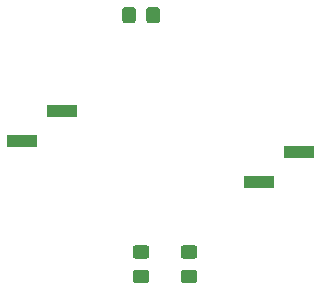
<source format=gbr>
%TF.GenerationSoftware,KiCad,Pcbnew,(5.1.6)-1*%
%TF.CreationDate,2020-11-07T21:03:06+00:00*%
%TF.ProjectId,ninja_iron,6e696e6a-615f-4697-926f-6e2e6b696361,rev?*%
%TF.SameCoordinates,Original*%
%TF.FileFunction,Paste,Bot*%
%TF.FilePolarity,Positive*%
%FSLAX46Y46*%
G04 Gerber Fmt 4.6, Leading zero omitted, Abs format (unit mm)*
G04 Created by KiCad (PCBNEW (5.1.6)-1) date 2020-11-07 21:03:06*
%MOMM*%
%LPD*%
G01*
G04 APERTURE LIST*
%ADD10R,2.510000X1.000000*%
G04 APERTURE END LIST*
%TO.C,R22*%
G36*
G01*
X99372000Y-46793999D02*
X99372000Y-47694001D01*
G75*
G02*
X99122001Y-47944000I-249999J0D01*
G01*
X98471999Y-47944000D01*
G75*
G02*
X98222000Y-47694001I0J249999D01*
G01*
X98222000Y-46793999D01*
G75*
G02*
X98471999Y-46544000I249999J0D01*
G01*
X99122001Y-46544000D01*
G75*
G02*
X99372000Y-46793999I0J-249999D01*
G01*
G37*
G36*
G01*
X101422000Y-46793999D02*
X101422000Y-47694001D01*
G75*
G02*
X101172001Y-47944000I-249999J0D01*
G01*
X100521999Y-47944000D01*
G75*
G02*
X100272000Y-47694001I0J249999D01*
G01*
X100272000Y-46793999D01*
G75*
G02*
X100521999Y-46544000I249999J0D01*
G01*
X101172001Y-46544000D01*
G75*
G02*
X101422000Y-46793999I0J-249999D01*
G01*
G37*
%TD*%
%TO.C,C15*%
G36*
G01*
X99371999Y-66726000D02*
X100272001Y-66726000D01*
G75*
G02*
X100522000Y-66975999I0J-249999D01*
G01*
X100522000Y-67626001D01*
G75*
G02*
X100272001Y-67876000I-249999J0D01*
G01*
X99371999Y-67876000D01*
G75*
G02*
X99122000Y-67626001I0J249999D01*
G01*
X99122000Y-66975999D01*
G75*
G02*
X99371999Y-66726000I249999J0D01*
G01*
G37*
G36*
G01*
X99371999Y-68776000D02*
X100272001Y-68776000D01*
G75*
G02*
X100522000Y-69025999I0J-249999D01*
G01*
X100522000Y-69676001D01*
G75*
G02*
X100272001Y-69926000I-249999J0D01*
G01*
X99371999Y-69926000D01*
G75*
G02*
X99122000Y-69676001I0J249999D01*
G01*
X99122000Y-69025999D01*
G75*
G02*
X99371999Y-68776000I249999J0D01*
G01*
G37*
%TD*%
%TO.C,C16*%
G36*
G01*
X103435999Y-66726000D02*
X104336001Y-66726000D01*
G75*
G02*
X104586000Y-66975999I0J-249999D01*
G01*
X104586000Y-67626001D01*
G75*
G02*
X104336001Y-67876000I-249999J0D01*
G01*
X103435999Y-67876000D01*
G75*
G02*
X103186000Y-67626001I0J249999D01*
G01*
X103186000Y-66975999D01*
G75*
G02*
X103435999Y-66726000I249999J0D01*
G01*
G37*
G36*
G01*
X103435999Y-68776000D02*
X104336001Y-68776000D01*
G75*
G02*
X104586000Y-69025999I0J-249999D01*
G01*
X104586000Y-69676001D01*
G75*
G02*
X104336001Y-69926000I-249999J0D01*
G01*
X103435999Y-69926000D01*
G75*
G02*
X103186000Y-69676001I0J249999D01*
G01*
X103186000Y-69025999D01*
G75*
G02*
X103435999Y-68776000I249999J0D01*
G01*
G37*
%TD*%
D10*
%TO.C,J5*%
X93095000Y-55372000D03*
X89785000Y-57912000D03*
%TD*%
%TO.C,led data*%
X109851000Y-61337000D03*
X113161000Y-58797000D03*
%TD*%
M02*

</source>
